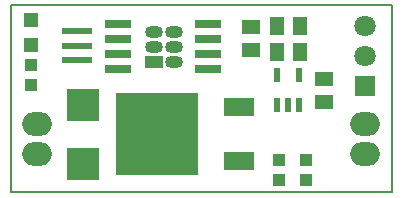
<source format=gts>
G04 (created by PCBNEW (2013-05-18 BZR 4155)-testing) date Sun 19 May 2013 07:30:19 PM CEST*
%MOIN*%
G04 Gerber Fmt 3.4, Leading zero omitted, Abs format*
%FSLAX34Y34*%
G01*
G70*
G90*
G04 APERTURE LIST*
%ADD10C,0.005906*%
%ADD11C,0.007874*%
%ADD12R,0.059055X0.041339*%
%ADD13O,0.059055X0.041339*%
%ADD14O,0.098425X0.078740*%
%ADD15R,0.098425X0.059055*%
%ADD16R,0.275591X0.275591*%
%ADD17R,0.070866X0.070866*%
%ADD18C,0.070866*%
%ADD19R,0.059000X0.051100*%
%ADD20R,0.051100X0.059000*%
%ADD21R,0.043300X0.039300*%
%ADD22R,0.047200X0.047200*%
%ADD23R,0.021600X0.047200*%
%ADD24R,0.086614X0.027559*%
%ADD25R,0.098425X0.023622*%
%ADD26R,0.108300X0.108300*%
G04 APERTURE END LIST*
G54D10*
G54D11*
X39763Y-22834D02*
X42637Y-22834D01*
X42637Y-16614D02*
X42637Y-22834D01*
X39527Y-16614D02*
X42637Y-16614D01*
X29921Y-16614D02*
X39527Y-16614D01*
X29921Y-22834D02*
X29921Y-16614D01*
X39763Y-22834D02*
X29921Y-22834D01*
G54D12*
X34710Y-18492D03*
G54D13*
X35368Y-18492D03*
X34710Y-17992D03*
X35368Y-17992D03*
X34710Y-17492D03*
X35368Y-17492D03*
G54D14*
X41732Y-21562D03*
X41732Y-20562D03*
G54D15*
X37519Y-21811D03*
X37519Y-20000D03*
G54D16*
X34803Y-20905D03*
G54D17*
X41732Y-19307D03*
G54D18*
X41732Y-18307D03*
X41732Y-17307D03*
G54D14*
X30787Y-21562D03*
X30787Y-20562D03*
G54D19*
X37913Y-18090D03*
X37913Y-17342D03*
G54D20*
X38799Y-18149D03*
X39547Y-18149D03*
G54D19*
X40354Y-19074D03*
X40354Y-19822D03*
G54D20*
X38799Y-17283D03*
X39547Y-17283D03*
G54D21*
X39763Y-21752D03*
X39763Y-22420D03*
X30590Y-18603D03*
X30590Y-19271D03*
G54D22*
X30590Y-17932D03*
X30590Y-17106D03*
G54D23*
X38779Y-19940D03*
X39153Y-19940D03*
X39527Y-19940D03*
X39527Y-18918D03*
X38779Y-18918D03*
G54D24*
X33510Y-17220D03*
X33510Y-17720D03*
X33510Y-18220D03*
X33510Y-18720D03*
X36510Y-18720D03*
X36510Y-18220D03*
X36510Y-17720D03*
X36510Y-17220D03*
G54D25*
X32125Y-17480D03*
X32125Y-17952D03*
X32125Y-18424D03*
G54D26*
X32322Y-19921D03*
X32322Y-21889D03*
G54D21*
X38858Y-21752D03*
X38858Y-22420D03*
M02*

</source>
